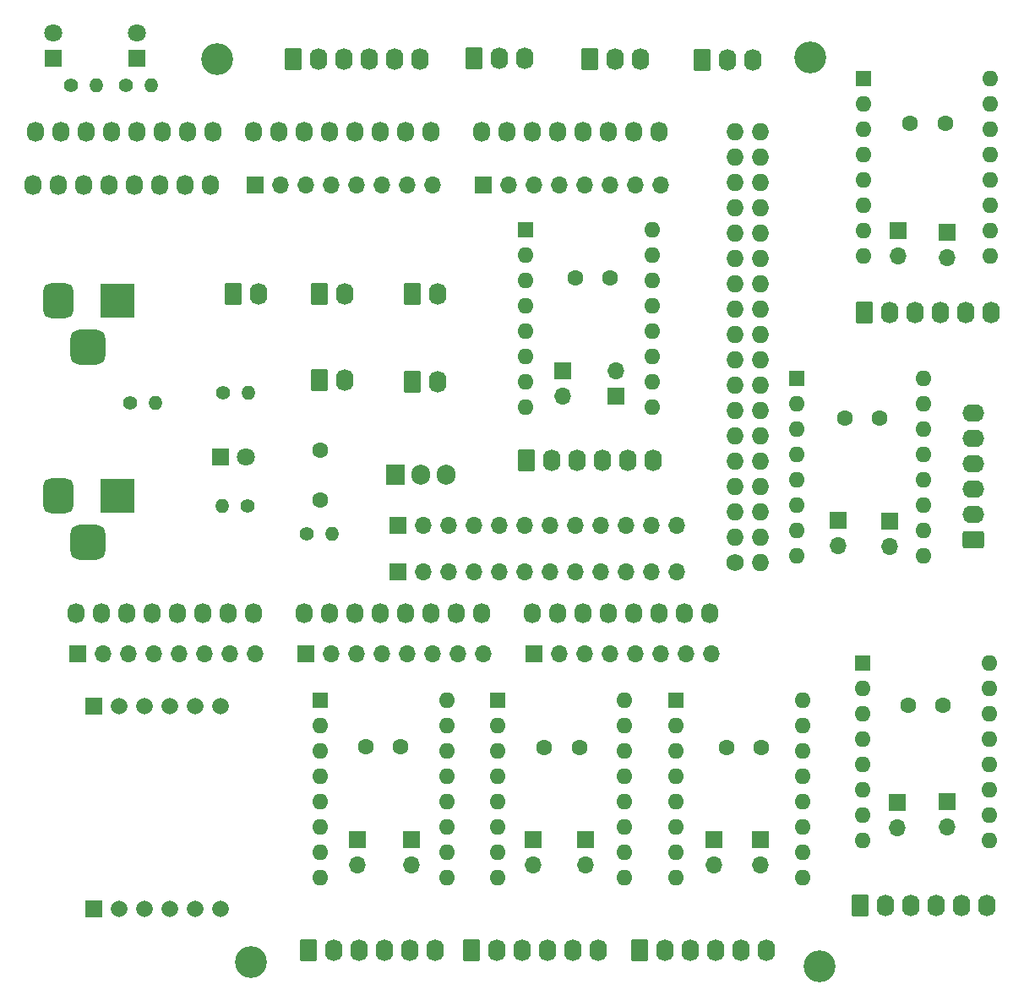
<source format=gbr>
G04 #@! TF.GenerationSoftware,KiCad,Pcbnew,8.0.2-1*
G04 #@! TF.CreationDate,2024-08-19T19:57:30+10:00*
G04 #@! TF.ProjectId,FORWARD 7 STEPPER DRIVER,464f5257-4152-4442-9037-205354455050,rev?*
G04 #@! TF.SameCoordinates,Original*
G04 #@! TF.FileFunction,Soldermask,Top*
G04 #@! TF.FilePolarity,Negative*
%FSLAX46Y46*%
G04 Gerber Fmt 4.6, Leading zero omitted, Abs format (unit mm)*
G04 Created by KiCad (PCBNEW 8.0.2-1) date 2024-08-19 19:57:30*
%MOMM*%
%LPD*%
G01*
G04 APERTURE LIST*
G04 Aperture macros list*
%AMRoundRect*
0 Rectangle with rounded corners*
0 $1 Rounding radius*
0 $2 $3 $4 $5 $6 $7 $8 $9 X,Y pos of 4 corners*
0 Add a 4 corners polygon primitive as box body*
4,1,4,$2,$3,$4,$5,$6,$7,$8,$9,$2,$3,0*
0 Add four circle primitives for the rounded corners*
1,1,$1+$1,$2,$3*
1,1,$1+$1,$4,$5*
1,1,$1+$1,$6,$7*
1,1,$1+$1,$8,$9*
0 Add four rect primitives between the rounded corners*
20,1,$1+$1,$2,$3,$4,$5,0*
20,1,$1+$1,$4,$5,$6,$7,0*
20,1,$1+$1,$6,$7,$8,$9,0*
20,1,$1+$1,$8,$9,$2,$3,0*%
G04 Aperture macros list end*
%ADD10C,1.727200*%
%ADD11O,1.727200X1.727200*%
%ADD12O,1.727200X2.032000*%
%ADD13R,1.800000X1.800000*%
%ADD14C,1.800000*%
%ADD15C,1.400000*%
%ADD16O,1.400000X1.400000*%
%ADD17RoundRect,0.250000X-0.620000X-0.845000X0.620000X-0.845000X0.620000X0.845000X-0.620000X0.845000X0*%
%ADD18O,1.740000X2.190000*%
%ADD19R,1.700000X1.700000*%
%ADD20O,1.700000X1.700000*%
%ADD21C,1.600000*%
%ADD22R,1.600000X1.600000*%
%ADD23O,1.600000X1.600000*%
%ADD24C,3.200000*%
%ADD25R,3.500000X3.500000*%
%ADD26RoundRect,0.750000X-0.750000X-1.000000X0.750000X-1.000000X0.750000X1.000000X-0.750000X1.000000X0*%
%ADD27RoundRect,0.875000X-0.875000X-0.875000X0.875000X-0.875000X0.875000X0.875000X-0.875000X0.875000X0*%
%ADD28R,1.665000X1.665000*%
%ADD29C,1.665000*%
%ADD30RoundRect,0.250000X0.845000X-0.620000X0.845000X0.620000X-0.845000X0.620000X-0.845000X-0.620000X0*%
%ADD31O,2.190000X1.740000*%
%ADD32R,1.905000X2.000000*%
%ADD33O,1.905000X2.000000*%
G04 APERTURE END LIST*
D10*
X197358000Y-114046000D03*
D11*
X199898000Y-114046000D03*
X197358000Y-111506000D03*
X199898000Y-111506000D03*
X197358000Y-108966000D03*
X199898000Y-108966000D03*
X197358000Y-106426000D03*
X199898000Y-106426000D03*
X197358000Y-103886000D03*
X199898000Y-103886000D03*
X197358000Y-101346000D03*
X199898000Y-101346000D03*
X197358000Y-98806000D03*
X199898000Y-98806000D03*
X197358000Y-96266000D03*
X199898000Y-96266000D03*
X197358000Y-93726000D03*
X199898000Y-93726000D03*
X197358000Y-91186000D03*
X199898000Y-91186000D03*
X197358000Y-88646000D03*
X199898000Y-88646000D03*
X197358000Y-86106000D03*
X199898000Y-86106000D03*
X197358000Y-83566000D03*
X199898000Y-83566000D03*
X197358000Y-81026000D03*
X199898000Y-81026000D03*
X197358000Y-78486000D03*
X199898000Y-78486000D03*
X197358000Y-75946000D03*
X199898000Y-75946000D03*
X197358000Y-73406000D03*
X199898000Y-73406000D03*
X197358000Y-70866000D03*
X199898000Y-70866000D03*
D12*
X131318000Y-119126000D03*
X133858000Y-119126000D03*
X136398000Y-119126000D03*
X138938000Y-119126000D03*
X141478000Y-119126000D03*
X144018000Y-119126000D03*
X146558000Y-119126000D03*
X149098000Y-119126000D03*
X177038000Y-119126000D03*
X179578000Y-119126000D03*
X182118000Y-119126000D03*
X184658000Y-119126000D03*
X187198000Y-119126000D03*
X189738000Y-119126000D03*
X192278000Y-119126000D03*
X194818000Y-119126000D03*
X127254000Y-70866000D03*
X129794000Y-70866000D03*
X132334000Y-70866000D03*
X134874000Y-70866000D03*
X137414000Y-70866000D03*
X139954000Y-70866000D03*
X142494000Y-70866000D03*
X145034000Y-70866000D03*
X149098000Y-70866000D03*
X151638000Y-70866000D03*
X154178000Y-70866000D03*
X156718000Y-70866000D03*
X159258000Y-70866000D03*
X161798000Y-70866000D03*
X164338000Y-70866000D03*
X166878000Y-70866000D03*
X171958000Y-70866000D03*
X174498000Y-70866000D03*
X177038000Y-70866000D03*
X179578000Y-70866000D03*
X182118000Y-70866000D03*
X184658000Y-70866000D03*
X187198000Y-70866000D03*
X189738000Y-70866000D03*
D13*
X129000000Y-63500000D03*
D14*
X129000000Y-60960000D03*
D13*
X137400000Y-63490000D03*
D14*
X137400000Y-60950000D03*
D15*
X130780000Y-66200000D03*
D16*
X133320000Y-66200000D03*
D17*
X155680000Y-87170000D03*
D18*
X158220000Y-87170000D03*
D17*
X187820000Y-152950000D03*
D18*
X190360000Y-152950000D03*
X192900000Y-152950000D03*
X195440000Y-152950000D03*
X197980000Y-152950000D03*
X200520000Y-152950000D03*
D19*
X172085000Y-76200000D03*
D20*
X174625000Y-76200000D03*
X177165000Y-76200000D03*
X179705000Y-76200000D03*
X182245000Y-76200000D03*
X184785000Y-76200000D03*
X187325000Y-76200000D03*
X189865000Y-76200000D03*
D17*
X154610000Y-152950000D03*
D18*
X157150000Y-152950000D03*
X159690000Y-152950000D03*
X162230000Y-152950000D03*
X164770000Y-152950000D03*
X167310000Y-152950000D03*
D17*
X171150000Y-63500000D03*
D18*
X173690000Y-63500000D03*
X176230000Y-63500000D03*
D17*
X210320000Y-88950000D03*
D18*
X212860000Y-88950000D03*
X215400000Y-88950000D03*
X217940000Y-88950000D03*
X220480000Y-88950000D03*
X223020000Y-88950000D03*
D19*
X159500000Y-141800000D03*
D20*
X159500000Y-144340000D03*
D21*
X178250000Y-132600000D03*
X181750000Y-132600000D03*
D17*
X147030000Y-87170000D03*
D18*
X149570000Y-87170000D03*
D19*
X149225000Y-76200000D03*
D20*
X151765000Y-76200000D03*
X154305000Y-76200000D03*
X156845000Y-76200000D03*
X159385000Y-76200000D03*
X161925000Y-76200000D03*
X164465000Y-76200000D03*
X167005000Y-76200000D03*
D17*
X164980000Y-95920000D03*
D18*
X167520000Y-95920000D03*
D22*
X176350000Y-80720000D03*
D23*
X176350000Y-83260000D03*
X176350000Y-85800000D03*
X176350000Y-88340000D03*
X176350000Y-90880000D03*
X176350000Y-93420000D03*
X176350000Y-95960000D03*
X176350000Y-98500000D03*
X189050000Y-98500000D03*
X189050000Y-95960000D03*
X189050000Y-93420000D03*
X189050000Y-90880000D03*
X189050000Y-88340000D03*
X189050000Y-85800000D03*
X189050000Y-83260000D03*
X189050000Y-80720000D03*
D13*
X145820000Y-103500000D03*
D14*
X148360000Y-103500000D03*
D19*
X154305000Y-123190000D03*
D20*
X156845000Y-123190000D03*
X159385000Y-123190000D03*
X161925000Y-123190000D03*
X164465000Y-123190000D03*
X167005000Y-123190000D03*
X169545000Y-123190000D03*
X172085000Y-123190000D03*
D19*
X195250000Y-141860000D03*
D20*
X195250000Y-144400000D03*
D21*
X155800000Y-107800000D03*
X155800000Y-102800000D03*
D22*
X191450000Y-127870000D03*
D23*
X191450000Y-130410000D03*
X191450000Y-132950000D03*
X191450000Y-135490000D03*
X191450000Y-138030000D03*
X191450000Y-140570000D03*
X191450000Y-143110000D03*
X191450000Y-145650000D03*
X204150000Y-145650000D03*
X204150000Y-143110000D03*
X204150000Y-140570000D03*
X204150000Y-138030000D03*
X204150000Y-135490000D03*
X204150000Y-132950000D03*
X204150000Y-130410000D03*
X204150000Y-127870000D03*
D19*
X163610000Y-110350000D03*
D20*
X166150000Y-110350000D03*
X168690000Y-110350000D03*
X171230000Y-110350000D03*
X173770000Y-110350000D03*
X176310000Y-110350000D03*
X178850000Y-110350000D03*
X181390000Y-110350000D03*
X183930000Y-110350000D03*
X186470000Y-110350000D03*
X189010000Y-110350000D03*
X191550000Y-110350000D03*
D17*
X170900000Y-152950000D03*
D18*
X173440000Y-152950000D03*
X175980000Y-152950000D03*
X178520000Y-152950000D03*
X181060000Y-152950000D03*
X183600000Y-152950000D03*
D19*
X218600000Y-138025000D03*
D20*
X218600000Y-140565000D03*
D19*
X212850000Y-109890000D03*
D20*
X212850000Y-112430000D03*
D17*
X182760000Y-63600000D03*
D18*
X185300000Y-63600000D03*
X187840000Y-63600000D03*
D21*
X160350000Y-132500000D03*
X163850000Y-132500000D03*
D15*
X136280000Y-66250000D03*
D16*
X138820000Y-66250000D03*
D22*
X155750000Y-127870000D03*
D23*
X155750000Y-130410000D03*
X155750000Y-132950000D03*
X155750000Y-135490000D03*
X155750000Y-138030000D03*
X155750000Y-140570000D03*
X155750000Y-143110000D03*
X155750000Y-145650000D03*
X168450000Y-145650000D03*
X168450000Y-143110000D03*
X168450000Y-140570000D03*
X168450000Y-138030000D03*
X168450000Y-135490000D03*
X168450000Y-132950000D03*
X168450000Y-130410000D03*
X168450000Y-127870000D03*
D15*
X154450000Y-111150000D03*
D16*
X156990000Y-111150000D03*
D17*
X176410000Y-103800000D03*
D18*
X178950000Y-103800000D03*
X181490000Y-103800000D03*
X184030000Y-103800000D03*
X186570000Y-103800000D03*
X189110000Y-103800000D03*
D21*
X214900000Y-70050000D03*
X218400000Y-70050000D03*
D24*
X205800000Y-154500000D03*
D12*
X154178000Y-119126000D03*
X156718000Y-119126000D03*
X159258000Y-119126000D03*
X161798000Y-119126000D03*
X164338000Y-119126000D03*
X166878000Y-119126000D03*
X169418000Y-119126000D03*
X171958000Y-119126000D03*
D22*
X210250000Y-65570000D03*
D23*
X210250000Y-68110000D03*
X210250000Y-70650000D03*
X210250000Y-73190000D03*
X210250000Y-75730000D03*
X210250000Y-78270000D03*
X210250000Y-80810000D03*
X210250000Y-83350000D03*
X222950000Y-83350000D03*
X222950000Y-80810000D03*
X222950000Y-78270000D03*
X222950000Y-75730000D03*
X222950000Y-73190000D03*
X222950000Y-70650000D03*
X222950000Y-68110000D03*
X222950000Y-65570000D03*
D19*
X207640000Y-109850000D03*
D20*
X207640000Y-112390000D03*
D17*
X164980000Y-87170000D03*
D18*
X167520000Y-87170000D03*
D19*
X199900000Y-141860000D03*
D20*
X199900000Y-144400000D03*
D19*
X182400000Y-141860000D03*
D20*
X182400000Y-144400000D03*
D15*
X146030000Y-97000000D03*
D16*
X148570000Y-97000000D03*
D15*
X148470000Y-108400000D03*
D16*
X145930000Y-108400000D03*
D21*
X196500000Y-132600000D03*
X200000000Y-132600000D03*
D25*
X135500000Y-87792500D03*
D26*
X129500000Y-87792500D03*
D27*
X132500000Y-92492500D03*
D19*
X164900000Y-141860000D03*
D20*
X164900000Y-144400000D03*
D19*
X180100000Y-94835000D03*
D20*
X180100000Y-97375000D03*
D17*
X155680000Y-95800000D03*
D18*
X158220000Y-95800000D03*
D28*
X133050000Y-148800000D03*
D29*
X135590000Y-148800000D03*
X138130000Y-148800000D03*
X140670000Y-148800000D03*
X143210000Y-148800000D03*
X145750000Y-148800000D03*
D28*
X133050000Y-128480000D03*
D29*
X135590000Y-128480000D03*
X138130000Y-128480000D03*
X140670000Y-128480000D03*
X143210000Y-128480000D03*
X145750000Y-128480000D03*
D17*
X194010000Y-63700000D03*
D18*
X196550000Y-63700000D03*
X199090000Y-63700000D03*
D17*
X209880000Y-148400000D03*
D18*
X212420000Y-148400000D03*
X214960000Y-148400000D03*
X217500000Y-148400000D03*
X220040000Y-148400000D03*
X222580000Y-148400000D03*
D30*
X221250000Y-111730000D03*
D31*
X221250000Y-109190000D03*
X221250000Y-106650000D03*
X221250000Y-104110000D03*
X221250000Y-101570000D03*
X221250000Y-99030000D03*
D19*
X213700000Y-80810000D03*
D20*
X213700000Y-83350000D03*
D24*
X204900000Y-63450000D03*
D22*
X173550000Y-127870000D03*
D23*
X173550000Y-130410000D03*
X173550000Y-132950000D03*
X173550000Y-135490000D03*
X173550000Y-138030000D03*
X173550000Y-140570000D03*
X173550000Y-143110000D03*
X173550000Y-145650000D03*
X186250000Y-145650000D03*
X186250000Y-143110000D03*
X186250000Y-140570000D03*
X186250000Y-138030000D03*
X186250000Y-135490000D03*
X186250000Y-132950000D03*
X186250000Y-130410000D03*
X186250000Y-127870000D03*
D21*
X181350000Y-85500000D03*
X184850000Y-85500000D03*
D15*
X136690000Y-98045000D03*
D16*
X139230000Y-98045000D03*
D12*
X127000000Y-76200000D03*
X129540000Y-76200000D03*
X132080000Y-76200000D03*
X134620000Y-76200000D03*
X137160000Y-76200000D03*
X139700000Y-76200000D03*
X142240000Y-76200000D03*
X144780000Y-76200000D03*
D19*
X177165000Y-123190000D03*
D20*
X179705000Y-123190000D03*
X182245000Y-123190000D03*
X184785000Y-123190000D03*
X187325000Y-123190000D03*
X189865000Y-123190000D03*
X192405000Y-123190000D03*
X194945000Y-123190000D03*
D17*
X153110000Y-63600000D03*
D18*
X155650000Y-63600000D03*
X158190000Y-63600000D03*
X160730000Y-63600000D03*
X163270000Y-63600000D03*
X165810000Y-63600000D03*
D24*
X145450000Y-63550000D03*
D19*
X177150000Y-141860000D03*
D20*
X177150000Y-144400000D03*
D21*
X208330000Y-99600000D03*
X211830000Y-99600000D03*
D22*
X203500000Y-95600000D03*
D23*
X203500000Y-98140000D03*
X203500000Y-100680000D03*
X203500000Y-103220000D03*
X203500000Y-105760000D03*
X203500000Y-108300000D03*
X203500000Y-110840000D03*
X203500000Y-113380000D03*
X216200000Y-113380000D03*
X216200000Y-110840000D03*
X216200000Y-108300000D03*
X216200000Y-105760000D03*
X216200000Y-103220000D03*
X216200000Y-100680000D03*
X216200000Y-98140000D03*
X216200000Y-95600000D03*
D19*
X185450000Y-97390000D03*
D20*
X185450000Y-94850000D03*
D22*
X210100000Y-124120000D03*
D23*
X210100000Y-126660000D03*
X210100000Y-129200000D03*
X210100000Y-131740000D03*
X210100000Y-134280000D03*
X210100000Y-136820000D03*
X210100000Y-139360000D03*
X210100000Y-141900000D03*
X222800000Y-141900000D03*
X222800000Y-139360000D03*
X222800000Y-136820000D03*
X222800000Y-134280000D03*
X222800000Y-131740000D03*
X222800000Y-129200000D03*
X222800000Y-126660000D03*
X222800000Y-124120000D03*
D32*
X163300000Y-105250000D03*
D33*
X165840000Y-105250000D03*
X168380000Y-105250000D03*
D21*
X214700000Y-128400000D03*
X218200000Y-128400000D03*
D19*
X163610000Y-114950000D03*
D20*
X166150000Y-114950000D03*
X168690000Y-114950000D03*
X171230000Y-114950000D03*
X173770000Y-114950000D03*
X176310000Y-114950000D03*
X178850000Y-114950000D03*
X181390000Y-114950000D03*
X183930000Y-114950000D03*
X186470000Y-114950000D03*
X189010000Y-114950000D03*
X191550000Y-114950000D03*
D19*
X218600000Y-80910000D03*
D20*
X218600000Y-83450000D03*
D19*
X213650000Y-138075000D03*
D20*
X213650000Y-140615000D03*
D25*
X135500000Y-107342500D03*
D26*
X129500000Y-107342500D03*
D27*
X132500000Y-112042500D03*
D24*
X148850000Y-154100000D03*
D19*
X131445000Y-123190000D03*
D20*
X133985000Y-123190000D03*
X136525000Y-123190000D03*
X139065000Y-123190000D03*
X141605000Y-123190000D03*
X144145000Y-123190000D03*
X146685000Y-123190000D03*
X149225000Y-123190000D03*
M02*

</source>
